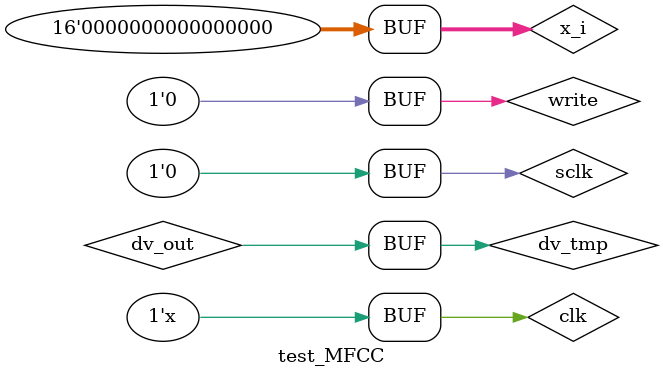
<source format=v>
`timescale 10ns / 10ns


module test_MFCC;

	// Inputs
	reg clk;
	reg sclk;
	reg [15:0] x_i;
	reg write;

	// Outputs
	wire [31:0] x_o;
	wire [4:0] out_index;
	wire dv_out;
	wire vad;

	// Instantiate the Unit Under Test (UUT)
	MFCCtest uut (
		.clk(clk), 
		.sclk(clk), 
		.x_i(x_i), 
		.write(write), 
		.x_o(x_o), 
		.out_index(out_index), 
		.dv_out(dv_out), 
		.vad(vad)
	);

	parameter STEP = 2;
	parameter STEP_half=1;
	
	reg dv_tmp;
	always begin
		#STEP_half;
		clk<=~clk;
		dv_tmp <= dv_out;
/*		if (dv_tmp == 1 && dv_out == 0)begin
		write <= 1;
		#20;
		write <= 0;
		end*/
	end

	initial begin
		// Initialize Inputs
		clk = 0;
		sclk = 0;
		x_i = 0;
		write = 0;

		// Wait 100 ns for global reset to finish
		#100;
		write = 1;
		#20;
		write = 0;
		#20000;
		write = 1;
		#20;
		write = 0;

		// Add stimulus here
	end
      
endmodule


</source>
